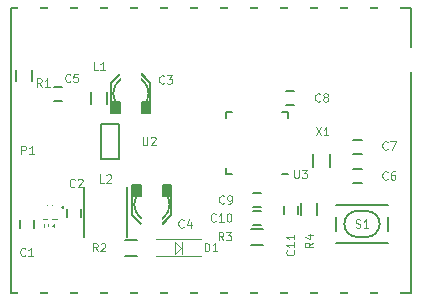
<source format=gto>
G04 #@! TF.FileFunction,Legend,Top*
%FSLAX46Y46*%
G04 Gerber Fmt 4.6, Leading zero omitted, Abs format (unit mm)*
G04 Created by KiCad (PCBNEW 4.0.1-3.201512221401+6198~38~ubuntu15.10.1-stable) date Tue Jan  5 23:14:19 2016*
%MOMM*%
G01*
G04 APERTURE LIST*
%ADD10C,0.100000*%
%ADD11C,0.150000*%
%ADD12C,0.050000*%
%ADD13R,2.152400X2.152400*%
%ADD14R,1.752600X2.352040*%
%ADD15R,1.402400X0.752400*%
%ADD16R,1.052400X1.352400*%
%ADD17C,2.500000*%
%ADD18R,0.852400X0.402400*%
%ADD19R,0.402400X0.852400*%
%ADD20R,1.877400X1.877400*%
%ADD21R,1.352400X0.902400*%
%ADD22R,0.902400X1.352400*%
%ADD23R,1.352400X1.052400*%
%ADD24R,0.502400X0.332400*%
%ADD25R,0.452400X1.652400*%
%ADD26R,2.052400X1.252400*%
%ADD27R,1.202400X0.802400*%
%ADD28R,1.879600X2.184400*%
%ADD29R,1.750000X0.800000*%
%ADD30C,2.550000*%
%ADD31R,1.400000X1.750000*%
G04 APERTURE END LIST*
D10*
D11*
X0Y0D02*
X0Y24130000D01*
X33909000Y0D02*
X0Y0D01*
X33909000Y24130000D02*
X33909000Y0D01*
X0Y24130000D02*
X33909000Y24130000D01*
X11038000Y8243000D02*
X10288000Y8243000D01*
X13488000Y9143000D02*
X13488000Y8243000D01*
X13438000Y9143000D02*
X13488000Y9143000D01*
X13438000Y8243000D02*
X13438000Y9143000D01*
X13338000Y8243000D02*
X13438000Y8243000D01*
X13338000Y9143000D02*
X13338000Y8243000D01*
X13238000Y9143000D02*
X13338000Y9143000D01*
X13238000Y8243000D02*
X13238000Y9143000D01*
X13138000Y8243000D02*
X13238000Y8243000D01*
X13138000Y9143000D02*
X13138000Y8243000D01*
X13038000Y9143000D02*
X13138000Y9143000D01*
X13038000Y8243000D02*
X13038000Y9143000D01*
X12988000Y8243000D02*
X13038000Y8243000D01*
X12938000Y8243000D02*
X13038000Y8243000D01*
X12938000Y9143000D02*
X12938000Y8243000D01*
X10388000Y9143000D02*
X10388000Y8243000D01*
X10488000Y9143000D02*
X10388000Y9143000D01*
X10488000Y8243000D02*
X10488000Y9143000D01*
X10588000Y8243000D02*
X10488000Y8243000D01*
X10588000Y9143000D02*
X10588000Y8243000D01*
X10688000Y9143000D02*
X10588000Y9143000D01*
X10688000Y8243000D02*
X10688000Y9143000D01*
X10788000Y8243000D02*
X10688000Y8243000D01*
X10788000Y9143000D02*
X10788000Y8243000D01*
X10888000Y9143000D02*
X10788000Y9143000D01*
X10888000Y8243000D02*
X10888000Y9143000D01*
X10988000Y8243000D02*
X10888000Y8243000D01*
X10988000Y9143000D02*
X10988000Y8243000D01*
X12888000Y8243000D02*
X12888000Y9143000D01*
X13538000Y8243000D02*
X12838000Y8243000D01*
X11038000Y8693000D02*
G75*
G03X11038000Y6293000I900000J-1200000D01*
G01*
X12838000Y6293000D02*
G75*
G03X12838000Y8693000I-900000J1200000D01*
G01*
X10288000Y6593000D02*
X11038000Y5843000D01*
X10288000Y9143000D02*
X10288000Y6593000D01*
X11038000Y9143000D02*
X10288000Y9143000D01*
X12838000Y9143000D02*
X13588000Y9143000D01*
X13588000Y9143000D02*
X13588000Y6593000D01*
X13588000Y6593000D02*
X12838000Y5843000D01*
X10287000Y9144000D02*
X10287000Y6604000D01*
X10287000Y6604000D02*
X11049000Y5842000D01*
X12827000Y5842000D02*
X13589000Y6604000D01*
X11060000Y16141000D02*
X11810000Y16141000D01*
X8610000Y15241000D02*
X8610000Y16141000D01*
X8660000Y15241000D02*
X8610000Y15241000D01*
X8660000Y16141000D02*
X8660000Y15241000D01*
X8760000Y16141000D02*
X8660000Y16141000D01*
X8760000Y15241000D02*
X8760000Y16141000D01*
X8860000Y15241000D02*
X8760000Y15241000D01*
X8860000Y16141000D02*
X8860000Y15241000D01*
X8960000Y16141000D02*
X8860000Y16141000D01*
X8960000Y15241000D02*
X8960000Y16141000D01*
X9060000Y15241000D02*
X8960000Y15241000D01*
X9060000Y16141000D02*
X9060000Y15241000D01*
X9110000Y16141000D02*
X9060000Y16141000D01*
X9160000Y16141000D02*
X9060000Y16141000D01*
X9160000Y15241000D02*
X9160000Y16141000D01*
X11710000Y15241000D02*
X11710000Y16141000D01*
X11610000Y15241000D02*
X11710000Y15241000D01*
X11610000Y16141000D02*
X11610000Y15241000D01*
X11510000Y16141000D02*
X11610000Y16141000D01*
X11510000Y15241000D02*
X11510000Y16141000D01*
X11410000Y15241000D02*
X11510000Y15241000D01*
X11410000Y16141000D02*
X11410000Y15241000D01*
X11310000Y16141000D02*
X11410000Y16141000D01*
X11310000Y15241000D02*
X11310000Y16141000D01*
X11210000Y15241000D02*
X11310000Y15241000D01*
X11210000Y16141000D02*
X11210000Y15241000D01*
X11110000Y16141000D02*
X11210000Y16141000D01*
X11110000Y15241000D02*
X11110000Y16141000D01*
X9210000Y16141000D02*
X9210000Y15241000D01*
X8560000Y16141000D02*
X9260000Y16141000D01*
X11060000Y15691000D02*
G75*
G03X11060000Y18091000I-900000J1200000D01*
G01*
X9260000Y18091000D02*
G75*
G03X9260000Y15691000I900000J-1200000D01*
G01*
X11810000Y17791000D02*
X11060000Y18541000D01*
X11810000Y15241000D02*
X11810000Y17791000D01*
X11060000Y15241000D02*
X11810000Y15241000D01*
X9260000Y15241000D02*
X8510000Y15241000D01*
X8510000Y15241000D02*
X8510000Y17791000D01*
X8510000Y17791000D02*
X9260000Y18541000D01*
X11811000Y15240000D02*
X11811000Y17780000D01*
X11811000Y17780000D02*
X11049000Y18542000D01*
X9271000Y18542000D02*
X8509000Y17780000D01*
X7632000Y14327000D02*
X9132000Y14327000D01*
X9132000Y14327000D02*
X9132000Y11327000D01*
X9132000Y11327000D02*
X7632000Y11327000D01*
X7632000Y11327000D02*
X7632000Y14327000D01*
X8168000Y17010000D02*
X8168000Y16010000D01*
X6818000Y16010000D02*
X6818000Y17010000D01*
X468000Y17915000D02*
X468000Y18915000D01*
X1818000Y18915000D02*
X1818000Y17915000D01*
X18229500Y10048500D02*
X18229500Y10573500D01*
X23479500Y15298500D02*
X23479500Y14773500D01*
X18229500Y15298500D02*
X18229500Y14773500D01*
X23479500Y10048500D02*
X22954500Y10048500D01*
X23479500Y15298500D02*
X22954500Y15298500D01*
X18229500Y15298500D02*
X18754500Y15298500D01*
X18229500Y10048500D02*
X18754500Y10048500D01*
X21178000Y7274000D02*
X20478000Y7274000D01*
X20478000Y8474000D02*
X21178000Y8474000D01*
X6201000Y8958000D02*
X6201000Y4758000D01*
X9801000Y8958000D02*
X9801000Y4758000D01*
X4348000Y16227500D02*
X3648000Y16227500D01*
X3648000Y17427500D02*
X4348000Y17427500D01*
X28987000Y10506000D02*
X29687000Y10506000D01*
X29687000Y9306000D02*
X28987000Y9306000D01*
X28987000Y12982500D02*
X29687000Y12982500D01*
X29687000Y11782500D02*
X28987000Y11782500D01*
X23972000Y15910000D02*
X23272000Y15910000D01*
X23272000Y17110000D02*
X23972000Y17110000D01*
X21178000Y5750000D02*
X20478000Y5750000D01*
X20478000Y6950000D02*
X21178000Y6950000D01*
X24285500Y7398500D02*
X24285500Y6698500D01*
X23085500Y6698500D02*
X23085500Y7398500D01*
X10660000Y3160400D02*
X9660000Y3160400D01*
X9660000Y4510400D02*
X10660000Y4510400D01*
X21328000Y4087500D02*
X20328000Y4087500D01*
X20328000Y5437500D02*
X21328000Y5437500D01*
X24598000Y6612000D02*
X24598000Y7612000D01*
X25948000Y7612000D02*
X25948000Y6612000D01*
X5934000Y7147000D02*
X5934000Y6447000D01*
X4734000Y6447000D02*
X4734000Y7147000D01*
X1933500Y6192000D02*
X1933500Y5492000D01*
X733500Y5492000D02*
X733500Y6192000D01*
D10*
X14490800Y4335400D02*
X14490800Y3335400D01*
X13890800Y4335400D02*
X13890800Y3335400D01*
X13890800Y3335400D02*
X14390800Y3835400D01*
X14390800Y3835400D02*
X13890800Y4335400D01*
X12290800Y3135400D02*
X16090800Y3135400D01*
X16090800Y4535400D02*
X12290800Y4535400D01*
D12*
X4402000Y7358000D02*
X4402000Y7158000D01*
X4202000Y7258000D02*
X4402000Y7358000D01*
X4402000Y7158000D02*
X4202000Y7258000D01*
X3902000Y7458000D02*
X2702000Y7458000D01*
X3902000Y6258000D02*
X2702000Y6258000D01*
D11*
X25539000Y10626000D02*
X25539000Y11726000D01*
X27039000Y10626000D02*
X27039000Y11726000D01*
X30118000Y6942000D02*
X29318000Y6942000D01*
X30118000Y4742000D02*
X29318000Y4742000D01*
X28218000Y5842000D02*
G75*
G03X29318000Y4742000I1100000J0D01*
G01*
X29318000Y6942000D02*
G75*
G03X28218000Y5842000I0J-1100000D01*
G01*
X31218000Y5842000D02*
G75*
G03X30118000Y6942000I-1100000J0D01*
G01*
X30118000Y4742000D02*
G75*
G03X31218000Y5842000I0J1100000D01*
G01*
X27518000Y6442000D02*
X27518000Y5242000D01*
X31918000Y6442000D02*
X31918000Y5242000D01*
X31918000Y4242000D02*
X27518000Y4242000D01*
X27518000Y7442000D02*
X31918000Y7442000D01*
D10*
X14615334Y5592000D02*
X14582000Y5558667D01*
X14482000Y5525333D01*
X14415334Y5525333D01*
X14315334Y5558667D01*
X14248667Y5625333D01*
X14215334Y5692000D01*
X14182000Y5825333D01*
X14182000Y5925333D01*
X14215334Y6058667D01*
X14248667Y6125333D01*
X14315334Y6192000D01*
X14415334Y6225333D01*
X14482000Y6225333D01*
X14582000Y6192000D01*
X14615334Y6158667D01*
X15215334Y5992000D02*
X15215334Y5525333D01*
X15048667Y6258667D02*
X14882000Y5758667D01*
X15315334Y5758667D01*
X12964334Y17784000D02*
X12931000Y17750667D01*
X12831000Y17717333D01*
X12764334Y17717333D01*
X12664334Y17750667D01*
X12597667Y17817333D01*
X12564334Y17884000D01*
X12531000Y18017333D01*
X12531000Y18117333D01*
X12564334Y18250667D01*
X12597667Y18317333D01*
X12664334Y18384000D01*
X12764334Y18417333D01*
X12831000Y18417333D01*
X12931000Y18384000D01*
X12964334Y18350667D01*
X13197667Y18417333D02*
X13631000Y18417333D01*
X13397667Y18150667D01*
X13497667Y18150667D01*
X13564334Y18117333D01*
X13597667Y18084000D01*
X13631000Y18017333D01*
X13631000Y17850667D01*
X13597667Y17784000D01*
X13564334Y17750667D01*
X13497667Y17717333D01*
X13297667Y17717333D01*
X13231000Y17750667D01*
X13197667Y17784000D01*
X11150667Y13210333D02*
X11150667Y12643667D01*
X11184000Y12577000D01*
X11217333Y12543667D01*
X11284000Y12510333D01*
X11417333Y12510333D01*
X11484000Y12543667D01*
X11517333Y12577000D01*
X11550667Y12643667D01*
X11550667Y13210333D01*
X11850666Y13143667D02*
X11884000Y13177000D01*
X11950666Y13210333D01*
X12117333Y13210333D01*
X12184000Y13177000D01*
X12217333Y13143667D01*
X12250666Y13077000D01*
X12250666Y13010333D01*
X12217333Y12910333D01*
X11817333Y12510333D01*
X12250666Y12510333D01*
X7376333Y18860333D02*
X7043000Y18860333D01*
X7043000Y19560333D01*
X7976333Y18860333D02*
X7576333Y18860333D01*
X7776333Y18860333D02*
X7776333Y19560333D01*
X7709667Y19460333D01*
X7643000Y19393667D01*
X7576333Y19360333D01*
X2613834Y17463333D02*
X2380500Y17796667D01*
X2213834Y17463333D02*
X2213834Y18163333D01*
X2480500Y18163333D01*
X2547167Y18130000D01*
X2580500Y18096667D01*
X2613834Y18030000D01*
X2613834Y17930000D01*
X2580500Y17863333D01*
X2547167Y17830000D01*
X2480500Y17796667D01*
X2213834Y17796667D01*
X3280500Y17463333D02*
X2880500Y17463333D01*
X3080500Y17463333D02*
X3080500Y18163333D01*
X3013834Y18063333D01*
X2947167Y17996667D01*
X2880500Y17963333D01*
X23977667Y10416333D02*
X23977667Y9849667D01*
X24011000Y9783000D01*
X24044333Y9749667D01*
X24111000Y9716333D01*
X24244333Y9716333D01*
X24311000Y9749667D01*
X24344333Y9783000D01*
X24377667Y9849667D01*
X24377667Y10416333D01*
X24644333Y10416333D02*
X25077666Y10416333D01*
X24844333Y10149667D01*
X24944333Y10149667D01*
X25011000Y10116333D01*
X25044333Y10083000D01*
X25077666Y10016333D01*
X25077666Y9849667D01*
X25044333Y9783000D01*
X25011000Y9749667D01*
X24944333Y9716333D01*
X24744333Y9716333D01*
X24677666Y9749667D01*
X24644333Y9783000D01*
X18044334Y7624000D02*
X18011000Y7590667D01*
X17911000Y7557333D01*
X17844334Y7557333D01*
X17744334Y7590667D01*
X17677667Y7657333D01*
X17644334Y7724000D01*
X17611000Y7857333D01*
X17611000Y7957333D01*
X17644334Y8090667D01*
X17677667Y8157333D01*
X17744334Y8224000D01*
X17844334Y8257333D01*
X17911000Y8257333D01*
X18011000Y8224000D01*
X18044334Y8190667D01*
X18377667Y7557333D02*
X18511000Y7557333D01*
X18577667Y7590667D01*
X18611000Y7624000D01*
X18677667Y7724000D01*
X18711000Y7857333D01*
X18711000Y8124000D01*
X18677667Y8190667D01*
X18644334Y8224000D01*
X18577667Y8257333D01*
X18444334Y8257333D01*
X18377667Y8224000D01*
X18344334Y8190667D01*
X18311000Y8124000D01*
X18311000Y7957333D01*
X18344334Y7890667D01*
X18377667Y7857333D01*
X18444334Y7824000D01*
X18577667Y7824000D01*
X18644334Y7857333D01*
X18677667Y7890667D01*
X18711000Y7957333D01*
X7884333Y9335333D02*
X7551000Y9335333D01*
X7551000Y10035333D01*
X8084333Y9968667D02*
X8117667Y10002000D01*
X8184333Y10035333D01*
X8351000Y10035333D01*
X8417667Y10002000D01*
X8451000Y9968667D01*
X8484333Y9902000D01*
X8484333Y9835333D01*
X8451000Y9735333D01*
X8051000Y9335333D01*
X8484333Y9335333D01*
X5026834Y17911000D02*
X4993500Y17877667D01*
X4893500Y17844333D01*
X4826834Y17844333D01*
X4726834Y17877667D01*
X4660167Y17944333D01*
X4626834Y18011000D01*
X4593500Y18144333D01*
X4593500Y18244333D01*
X4626834Y18377667D01*
X4660167Y18444333D01*
X4726834Y18511000D01*
X4826834Y18544333D01*
X4893500Y18544333D01*
X4993500Y18511000D01*
X5026834Y18477667D01*
X5660167Y18544333D02*
X5326834Y18544333D01*
X5293500Y18211000D01*
X5326834Y18244333D01*
X5393500Y18277667D01*
X5560167Y18277667D01*
X5626834Y18244333D01*
X5660167Y18211000D01*
X5693500Y18144333D01*
X5693500Y17977667D01*
X5660167Y17911000D01*
X5626834Y17877667D01*
X5560167Y17844333D01*
X5393500Y17844333D01*
X5326834Y17877667D01*
X5293500Y17911000D01*
X31887334Y9656000D02*
X31854000Y9622667D01*
X31754000Y9589333D01*
X31687334Y9589333D01*
X31587334Y9622667D01*
X31520667Y9689333D01*
X31487334Y9756000D01*
X31454000Y9889333D01*
X31454000Y9989333D01*
X31487334Y10122667D01*
X31520667Y10189333D01*
X31587334Y10256000D01*
X31687334Y10289333D01*
X31754000Y10289333D01*
X31854000Y10256000D01*
X31887334Y10222667D01*
X32487334Y10289333D02*
X32354000Y10289333D01*
X32287334Y10256000D01*
X32254000Y10222667D01*
X32187334Y10122667D01*
X32154000Y9989333D01*
X32154000Y9722667D01*
X32187334Y9656000D01*
X32220667Y9622667D01*
X32287334Y9589333D01*
X32420667Y9589333D01*
X32487334Y9622667D01*
X32520667Y9656000D01*
X32554000Y9722667D01*
X32554000Y9889333D01*
X32520667Y9956000D01*
X32487334Y9989333D01*
X32420667Y10022667D01*
X32287334Y10022667D01*
X32220667Y9989333D01*
X32187334Y9956000D01*
X32154000Y9889333D01*
X31887334Y12196000D02*
X31854000Y12162667D01*
X31754000Y12129333D01*
X31687334Y12129333D01*
X31587334Y12162667D01*
X31520667Y12229333D01*
X31487334Y12296000D01*
X31454000Y12429333D01*
X31454000Y12529333D01*
X31487334Y12662667D01*
X31520667Y12729333D01*
X31587334Y12796000D01*
X31687334Y12829333D01*
X31754000Y12829333D01*
X31854000Y12796000D01*
X31887334Y12762667D01*
X32120667Y12829333D02*
X32587334Y12829333D01*
X32287334Y12129333D01*
X26172334Y16260000D02*
X26139000Y16226667D01*
X26039000Y16193333D01*
X25972334Y16193333D01*
X25872334Y16226667D01*
X25805667Y16293333D01*
X25772334Y16360000D01*
X25739000Y16493333D01*
X25739000Y16593333D01*
X25772334Y16726667D01*
X25805667Y16793333D01*
X25872334Y16860000D01*
X25972334Y16893333D01*
X26039000Y16893333D01*
X26139000Y16860000D01*
X26172334Y16826667D01*
X26572334Y16593333D02*
X26505667Y16626667D01*
X26472334Y16660000D01*
X26439000Y16726667D01*
X26439000Y16760000D01*
X26472334Y16826667D01*
X26505667Y16860000D01*
X26572334Y16893333D01*
X26705667Y16893333D01*
X26772334Y16860000D01*
X26805667Y16826667D01*
X26839000Y16760000D01*
X26839000Y16726667D01*
X26805667Y16660000D01*
X26772334Y16626667D01*
X26705667Y16593333D01*
X26572334Y16593333D01*
X26505667Y16560000D01*
X26472334Y16526667D01*
X26439000Y16460000D01*
X26439000Y16326667D01*
X26472334Y16260000D01*
X26505667Y16226667D01*
X26572334Y16193333D01*
X26705667Y16193333D01*
X26772334Y16226667D01*
X26805667Y16260000D01*
X26839000Y16326667D01*
X26839000Y16460000D01*
X26805667Y16526667D01*
X26772334Y16560000D01*
X26705667Y16593333D01*
X17330000Y6100000D02*
X17296666Y6066667D01*
X17196666Y6033333D01*
X17130000Y6033333D01*
X17030000Y6066667D01*
X16963333Y6133333D01*
X16930000Y6200000D01*
X16896666Y6333333D01*
X16896666Y6433333D01*
X16930000Y6566667D01*
X16963333Y6633333D01*
X17030000Y6700000D01*
X17130000Y6733333D01*
X17196666Y6733333D01*
X17296666Y6700000D01*
X17330000Y6666667D01*
X17996666Y6033333D02*
X17596666Y6033333D01*
X17796666Y6033333D02*
X17796666Y6733333D01*
X17730000Y6633333D01*
X17663333Y6566667D01*
X17596666Y6533333D01*
X18430000Y6733333D02*
X18496667Y6733333D01*
X18563333Y6700000D01*
X18596667Y6666667D01*
X18630000Y6600000D01*
X18663333Y6466667D01*
X18663333Y6300000D01*
X18630000Y6166667D01*
X18596667Y6100000D01*
X18563333Y6066667D01*
X18496667Y6033333D01*
X18430000Y6033333D01*
X18363333Y6066667D01*
X18330000Y6100000D01*
X18296667Y6166667D01*
X18263333Y6300000D01*
X18263333Y6466667D01*
X18296667Y6600000D01*
X18330000Y6666667D01*
X18363333Y6700000D01*
X18430000Y6733333D01*
X23935500Y3614000D02*
X23968833Y3580666D01*
X24002167Y3480666D01*
X24002167Y3414000D01*
X23968833Y3314000D01*
X23902167Y3247333D01*
X23835500Y3214000D01*
X23702167Y3180666D01*
X23602167Y3180666D01*
X23468833Y3214000D01*
X23402167Y3247333D01*
X23335500Y3314000D01*
X23302167Y3414000D01*
X23302167Y3480666D01*
X23335500Y3580666D01*
X23368833Y3614000D01*
X24002167Y4280666D02*
X24002167Y3880666D01*
X24002167Y4080666D02*
X23302167Y4080666D01*
X23402167Y4014000D01*
X23468833Y3947333D01*
X23502167Y3880666D01*
X24002167Y4947333D02*
X24002167Y4547333D01*
X24002167Y4747333D02*
X23302167Y4747333D01*
X23402167Y4680667D01*
X23468833Y4614000D01*
X23502167Y4547333D01*
X7333334Y3518733D02*
X7100000Y3852067D01*
X6933334Y3518733D02*
X6933334Y4218733D01*
X7200000Y4218733D01*
X7266667Y4185400D01*
X7300000Y4152067D01*
X7333334Y4085400D01*
X7333334Y3985400D01*
X7300000Y3918733D01*
X7266667Y3885400D01*
X7200000Y3852067D01*
X6933334Y3852067D01*
X7600000Y4152067D02*
X7633334Y4185400D01*
X7700000Y4218733D01*
X7866667Y4218733D01*
X7933334Y4185400D01*
X7966667Y4152067D01*
X8000000Y4085400D01*
X8000000Y4018733D01*
X7966667Y3918733D01*
X7566667Y3518733D01*
X8000000Y3518733D01*
X17980834Y4445833D02*
X17747500Y4779167D01*
X17580834Y4445833D02*
X17580834Y5145833D01*
X17847500Y5145833D01*
X17914167Y5112500D01*
X17947500Y5079167D01*
X17980834Y5012500D01*
X17980834Y4912500D01*
X17947500Y4845833D01*
X17914167Y4812500D01*
X17847500Y4779167D01*
X17580834Y4779167D01*
X18214167Y5145833D02*
X18647500Y5145833D01*
X18414167Y4879167D01*
X18514167Y4879167D01*
X18580834Y4845833D01*
X18614167Y4812500D01*
X18647500Y4745833D01*
X18647500Y4579167D01*
X18614167Y4512500D01*
X18580834Y4479167D01*
X18514167Y4445833D01*
X18314167Y4445833D01*
X18247500Y4479167D01*
X18214167Y4512500D01*
X25589667Y4264834D02*
X25256333Y4031500D01*
X25589667Y3864834D02*
X24889667Y3864834D01*
X24889667Y4131500D01*
X24923000Y4198167D01*
X24956333Y4231500D01*
X25023000Y4264834D01*
X25123000Y4264834D01*
X25189667Y4231500D01*
X25223000Y4198167D01*
X25256333Y4131500D01*
X25256333Y3864834D01*
X25123000Y4864834D02*
X25589667Y4864834D01*
X24856333Y4698167D02*
X25356333Y4531500D01*
X25356333Y4964834D01*
X5407834Y9021000D02*
X5374500Y8987667D01*
X5274500Y8954333D01*
X5207834Y8954333D01*
X5107834Y8987667D01*
X5041167Y9054333D01*
X5007834Y9121000D01*
X4974500Y9254333D01*
X4974500Y9354333D01*
X5007834Y9487667D01*
X5041167Y9554333D01*
X5107834Y9621000D01*
X5207834Y9654333D01*
X5274500Y9654333D01*
X5374500Y9621000D01*
X5407834Y9587667D01*
X5674500Y9587667D02*
X5707834Y9621000D01*
X5774500Y9654333D01*
X5941167Y9654333D01*
X6007834Y9621000D01*
X6041167Y9587667D01*
X6074500Y9521000D01*
X6074500Y9454333D01*
X6041167Y9354333D01*
X5641167Y8954333D01*
X6074500Y8954333D01*
X1216834Y3179000D02*
X1183500Y3145667D01*
X1083500Y3112333D01*
X1016834Y3112333D01*
X916834Y3145667D01*
X850167Y3212333D01*
X816834Y3279000D01*
X783500Y3412333D01*
X783500Y3512333D01*
X816834Y3645667D01*
X850167Y3712333D01*
X916834Y3779000D01*
X1016834Y3812333D01*
X1083500Y3812333D01*
X1183500Y3779000D01*
X1216834Y3745667D01*
X1883500Y3112333D02*
X1483500Y3112333D01*
X1683500Y3112333D02*
X1683500Y3812333D01*
X1616834Y3712333D01*
X1550167Y3645667D01*
X1483500Y3612333D01*
X16404634Y3518733D02*
X16404634Y4218733D01*
X16571300Y4218733D01*
X16671300Y4185400D01*
X16737967Y4118733D01*
X16771300Y4052067D01*
X16804634Y3918733D01*
X16804634Y3818733D01*
X16771300Y3685400D01*
X16737967Y3618733D01*
X16671300Y3552067D01*
X16571300Y3518733D01*
X16404634Y3518733D01*
X17471300Y3518733D02*
X17071300Y3518733D01*
X17271300Y3518733D02*
X17271300Y4218733D01*
X17204634Y4118733D01*
X17137967Y4052067D01*
X17071300Y4018733D01*
X2768667Y5844333D02*
X2768667Y5277667D01*
X2802000Y5211000D01*
X2835333Y5177667D01*
X2902000Y5144333D01*
X3035333Y5144333D01*
X3102000Y5177667D01*
X3135333Y5211000D01*
X3168667Y5277667D01*
X3168667Y5844333D01*
X3868666Y5144333D02*
X3468666Y5144333D01*
X3668666Y5144333D02*
X3668666Y5844333D01*
X3602000Y5744333D01*
X3535333Y5677667D01*
X3468666Y5644333D01*
X25785833Y14035833D02*
X26252500Y13335833D01*
X26252500Y14035833D02*
X25785833Y13335833D01*
X26885833Y13335833D02*
X26485833Y13335833D01*
X26685833Y13335833D02*
X26685833Y14035833D01*
X26619167Y13935833D01*
X26552500Y13869167D01*
X26485833Y13835833D01*
X29184666Y5558667D02*
X29284666Y5525333D01*
X29451333Y5525333D01*
X29518000Y5558667D01*
X29551333Y5592000D01*
X29584666Y5658667D01*
X29584666Y5725333D01*
X29551333Y5792000D01*
X29518000Y5825333D01*
X29451333Y5858667D01*
X29318000Y5892000D01*
X29251333Y5925333D01*
X29218000Y5958667D01*
X29184666Y6025333D01*
X29184666Y6092000D01*
X29218000Y6158667D01*
X29251333Y6192000D01*
X29318000Y6225333D01*
X29484666Y6225333D01*
X29584666Y6192000D01*
X30251333Y5525333D02*
X29851333Y5525333D01*
X30051333Y5525333D02*
X30051333Y6225333D01*
X29984667Y6125333D01*
X29918000Y6058667D01*
X29851333Y6025333D01*
X880334Y11748333D02*
X880334Y12448333D01*
X1147000Y12448333D01*
X1213667Y12415000D01*
X1247000Y12381667D01*
X1280334Y12315000D01*
X1280334Y12215000D01*
X1247000Y12148333D01*
X1213667Y12115000D01*
X1147000Y12081667D01*
X880334Y12081667D01*
X1947000Y11748333D02*
X1547000Y11748333D01*
X1747000Y11748333D02*
X1747000Y12448333D01*
X1680334Y12348333D01*
X1613667Y12281667D01*
X1547000Y12248333D01*
%LPC*%
D13*
X32004000Y19685000D03*
X33909000Y19685000D03*
D14*
X11938000Y5991860D03*
X11938000Y8994140D03*
X10160000Y18392140D03*
X10160000Y15389860D03*
D15*
X10132000Y13777000D03*
X10132000Y12827000D03*
X10132000Y11877000D03*
X6632000Y11877000D03*
X6632000Y12827000D03*
X6632000Y13777000D03*
D16*
X7493000Y15410000D03*
X7493000Y17610000D03*
D17*
X29337000Y19558000D03*
D16*
X1143000Y19515000D03*
X1143000Y17315000D03*
D18*
X23254500Y10923500D03*
X23254500Y11423500D03*
X23254500Y11923500D03*
X23254500Y12423500D03*
X23254500Y12923500D03*
X23254500Y13423500D03*
X23254500Y13923500D03*
X23254500Y14423500D03*
D19*
X22604500Y15073500D03*
X22104500Y15073500D03*
X21604500Y15073500D03*
X21104500Y15073500D03*
X20604500Y15073500D03*
X20104500Y15073500D03*
X19604500Y15073500D03*
X19104500Y15073500D03*
D18*
X18454500Y14423500D03*
X18454500Y13923500D03*
X18454500Y13423500D03*
X18454500Y12923500D03*
X18454500Y12423500D03*
X18454500Y11923500D03*
X18454500Y11423500D03*
X18454500Y10923500D03*
D19*
X19104500Y10273500D03*
X19604500Y10273500D03*
X20104500Y10273500D03*
X20604500Y10273500D03*
X21104500Y10273500D03*
X21604500Y10273500D03*
X22104500Y10273500D03*
X22604500Y10273500D03*
D20*
X19992000Y13536000D03*
X19992000Y11811000D03*
X21717000Y13536000D03*
X21717000Y11811000D03*
D21*
X21778000Y7874000D03*
X19878000Y7874000D03*
D10*
G36*
X6324800Y9034200D02*
X9677200Y9034200D01*
X9677200Y7081800D01*
X6324800Y7081800D01*
X6324800Y9034200D01*
X6324800Y9034200D01*
G37*
G36*
X6324800Y6634200D02*
X9677200Y6634200D01*
X9677200Y4681800D01*
X6324800Y4681800D01*
X6324800Y6634200D01*
X6324800Y6634200D01*
G37*
D21*
X4948000Y16827500D03*
X3048000Y16827500D03*
X28387000Y9906000D03*
X30287000Y9906000D03*
X28387000Y12382500D03*
X30287000Y12382500D03*
X24572000Y16510000D03*
X22672000Y16510000D03*
X21778000Y6350000D03*
X19878000Y6350000D03*
D22*
X23685500Y7998500D03*
X23685500Y6098500D03*
D23*
X9060000Y3835400D03*
X11260000Y3835400D03*
X19728000Y4762500D03*
X21928000Y4762500D03*
D16*
X25273000Y8212000D03*
X25273000Y6012000D03*
D22*
X5334000Y7747000D03*
X5334000Y5847000D03*
X1333500Y6792000D03*
X1333500Y4892000D03*
D23*
X13090800Y3835400D03*
X15290800Y3835400D03*
D24*
X3827000Y6458000D03*
X3827000Y6858000D03*
X3827000Y7258000D03*
X2777000Y7258000D03*
X2777000Y6858000D03*
X2777000Y6458000D03*
D25*
X3302000Y6858000D03*
D17*
X3302000Y4318000D03*
X3302000Y19558000D03*
D26*
X26289000Y9926000D03*
X26289000Y12426000D03*
D27*
X27118000Y4767000D03*
X32318000Y4767000D03*
X32318000Y6917000D03*
X27118000Y6917000D03*
D28*
X32004000Y0D03*
X29464000Y0D03*
X26924000Y0D03*
X24384000Y0D03*
X21844000Y0D03*
X19304000Y0D03*
X16764000Y0D03*
X14224000Y0D03*
X11684000Y0D03*
X9144000Y0D03*
X6604000Y0D03*
X4064000Y0D03*
X1524000Y0D03*
X1524000Y1905000D03*
X4064000Y1905000D03*
X6604000Y1905000D03*
X9144000Y1905000D03*
X11684000Y1905000D03*
X14224000Y1905000D03*
X16764000Y1905000D03*
X19304000Y1905000D03*
X21844000Y1905000D03*
X24384000Y1905000D03*
X26924000Y1905000D03*
X29464000Y1905000D03*
X32004000Y1905000D03*
X1524000Y24130000D03*
X4064000Y24130000D03*
X6604000Y24130000D03*
X9144000Y24130000D03*
X11684000Y24130000D03*
X14224000Y24130000D03*
X16764000Y24130000D03*
X19304000Y24130000D03*
X21844000Y24130000D03*
X24384000Y24130000D03*
X26924000Y24130000D03*
X29464000Y24130000D03*
X32004000Y24130000D03*
X32004000Y22225000D03*
X29464000Y22225000D03*
X26924000Y22225000D03*
X24384000Y22225000D03*
X21844000Y22225000D03*
X19304000Y22225000D03*
X16764000Y22225000D03*
X14224000Y22225000D03*
X11684000Y22225000D03*
X9144000Y22225000D03*
X6604000Y22225000D03*
X4064000Y22225000D03*
X1524000Y22225000D03*
D29*
X4122800Y13365000D03*
X4122800Y12715000D03*
X4122800Y12065000D03*
X4122800Y11415000D03*
X4122800Y10765000D03*
D30*
X1447800Y15290000D03*
X1447800Y8840000D03*
D31*
X3697800Y8865000D03*
X3697800Y15265000D03*
M02*

</source>
